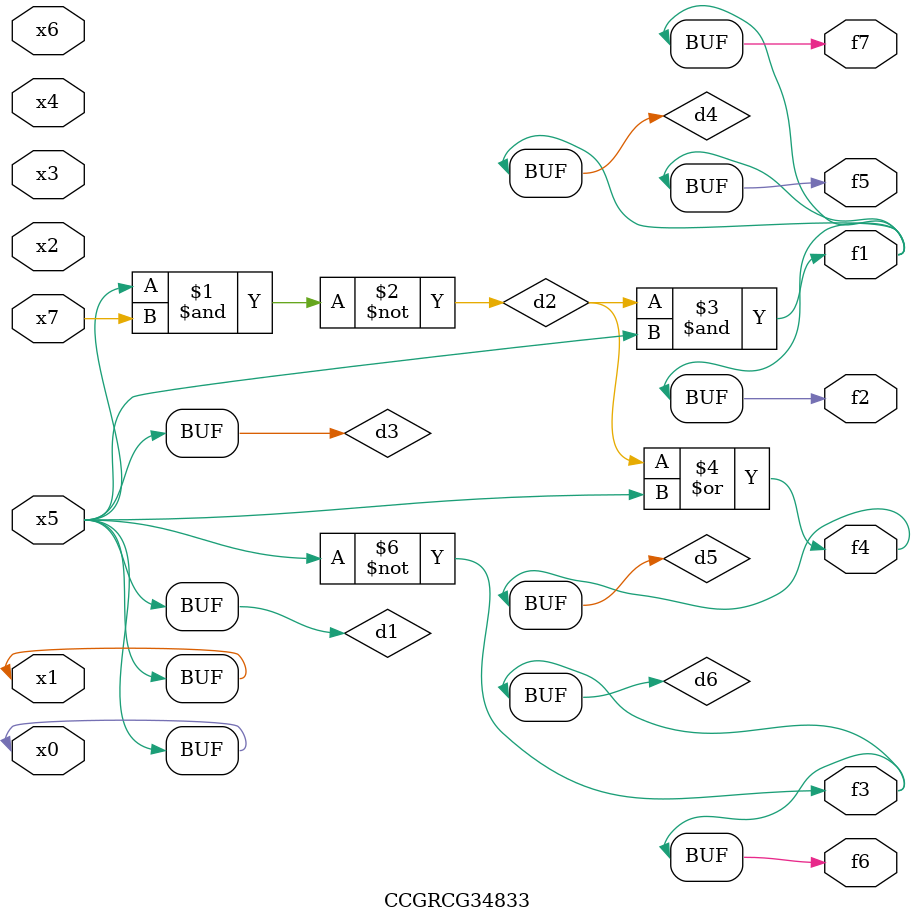
<source format=v>
module CCGRCG34833(
	input x0, x1, x2, x3, x4, x5, x6, x7,
	output f1, f2, f3, f4, f5, f6, f7
);

	wire d1, d2, d3, d4, d5, d6;

	buf (d1, x0, x5);
	nand (d2, x5, x7);
	buf (d3, x0, x1);
	and (d4, d2, d3);
	or (d5, d2, d3);
	nor (d6, d1, d3);
	assign f1 = d4;
	assign f2 = d4;
	assign f3 = d6;
	assign f4 = d5;
	assign f5 = d4;
	assign f6 = d6;
	assign f7 = d4;
endmodule

</source>
